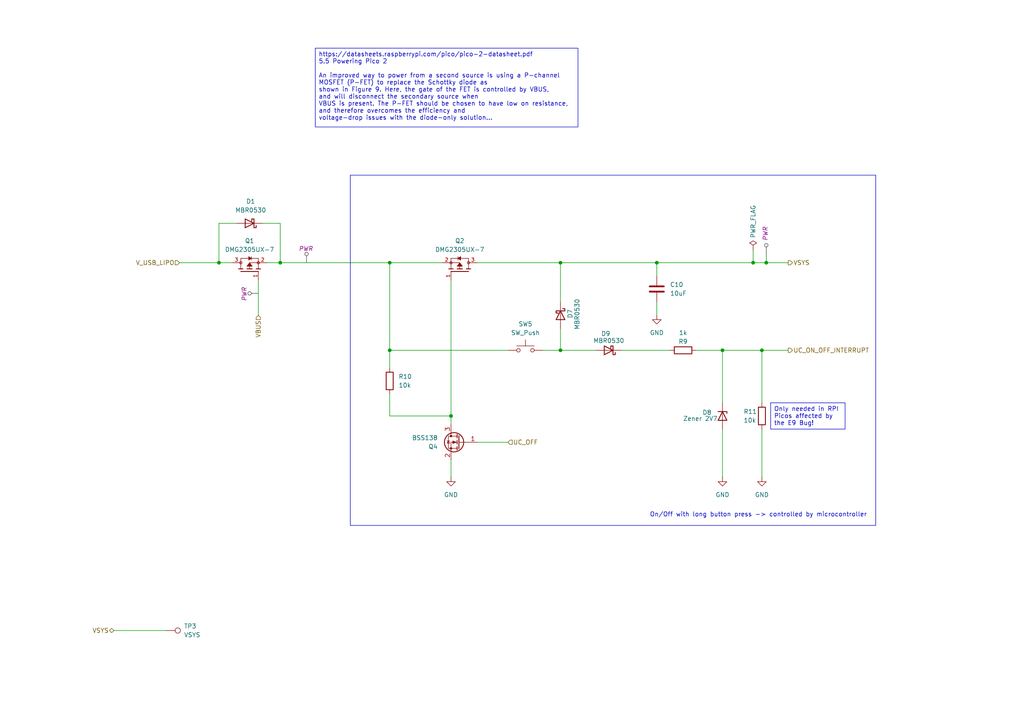
<source format=kicad_sch>
(kicad_sch (version 20250114) (generator "eeschema") (generator_version "9.0")
  (paper "A4")
  (title_block (rev "v2"))
  (lib_symbols
    (symbol "Connector:TestPoint" (pin_numbers (hide yes)) (pin_names (offset 0.762) (hide yes))
      (property "Reference" "TP" (at 0 6.858 0))
      (property "Value" "TestPoint" (at 0 5.08 0))
      (symbol "TestPoint_0_1"
        (circle (center 0 3.302) (radius 0.762))
      )
      (symbol "TestPoint_1_1"
        (pin passive line (at 0 0 90) (length 2.54) (name "1") (number "1"))
      )
    )
    (symbol "DMG2305UX-7:DMG2305UX-7" (pin_names (offset 1.016))
      (property "Reference" "Q" (at -8.89 3.81 0))
      (property "Value" "DMG2305UX-7" (at -8.89 -6.35 0))
      (symbol "DMG2305UX-7_0_0"
        (polyline (pts (xy 0 -2.54) (xy 0 2.54)) (stroke (width 0.254)))
        (polyline (pts (xy 0.762 2.54) (xy 0.762 3.175)) (stroke (width 0.254)))
        (polyline (pts (xy 0.762 1.905) (xy 0.762 2.54)) (stroke (width 0.254)))
        (polyline (pts (xy 0.762 0) (xy 0.762 0.762)) (stroke (width 0.254)))
        (polyline (pts (xy 0.762 0) (xy 2.54 0)) (stroke (width 0.1524)))
        (polyline (pts (xy 0.762 -0.762) (xy 0.762 0)) (stroke (width 0.254)))
        (polyline (pts (xy 0.762 -2.54) (xy 0.762 -1.905)) (stroke (width 0.254)))
        (polyline (pts (xy 0.762 -2.54) (xy 2.54 -2.54)) (stroke (width 0.1524)))
        (polyline (pts (xy 0.762 -3.175) (xy 0.762 -2.54)) (stroke (width 0.254)))
        (polyline (pts (xy 2.54 2.54) (xy 0.762 2.54)) (stroke (width 0.1524)))
        (polyline (pts (xy 2.54 2.54) (xy 3.81 2.54)) (stroke (width 0.1524)))
        (circle (center 2.54 2.54) (radius 0.3592))
        (polyline (pts (xy 2.54 0) (xy 1.524 0.762) (xy 1.524 -0.762) (xy 2.54 0)) (stroke (width 0.1524)) (fill (type outline)))
        (polyline (pts (xy 2.54 -2.54) (xy 2.54 0)) (stroke (width 0.1524)))
        (polyline (pts (xy 2.54 -2.54) (xy 3.81 -2.54)) (stroke (width 0.1524)))
        (circle (center 2.54 -2.54) (radius 0.3592))
        (polyline (pts (xy 3.81 2.54) (xy 3.81 -0.508)) (stroke (width 0.1524)))
        (polyline (pts (xy 3.81 -0.508) (xy 3.302 -0.508)) (stroke (width 0.1524)))
        (polyline (pts (xy 3.81 -0.508) (xy 3.81 -2.54)) (stroke (width 0.1524)))
        (polyline (pts (xy 3.81 -0.508) (xy 3.302 0.254) (xy 4.318 0.254) (xy 3.81 -0.508)) (stroke (width 0.1524)) (fill (type outline)))
        (polyline (pts (xy 4.318 -0.508) (xy 3.81 -0.508)) (stroke (width 0.1524)))
        (pin passive line (at -2.54 -2.54 0) (length 2.54) (name "~") (number "1"))
        (pin passive line (at 2.54 5.08 270) (length 2.54) (name "~") (number "3"))
        (pin passive line (at 2.54 -5.08 90) (length 2.54) (name "~") (number "2"))
      )
    )
    (symbol "Device:C" (pin_numbers (hide yes)) (pin_names (offset 0.254))
      (property "Reference" "C" (at 0.635 2.54 0))
      (property "Value" "C" (at 0.635 -2.54 0))
      (symbol "C_0_1"
        (polyline (pts (xy -2.032 0.762) (xy 2.032 0.762)) (stroke (width 0.508)))
        (polyline (pts (xy -2.032 -0.762) (xy 2.032 -0.762)) (stroke (width 0.508)))
      )
      (symbol "C_1_1"
        (pin passive line (at 0 3.81 270) (length 2.794) (name "~") (number "1"))
        (pin passive line (at 0 -3.81 90) (length 2.794) (name "~") (number "2"))
      )
    )
    (symbol "Device:D_Zener" (pin_numbers (hide yes)) (pin_names (offset 1.016) (hide yes))
      (property "Reference" "D" (at 0 2.54 0))
      (property "Value" "D_Zener" (at 0 -2.54 0))
      (symbol "D_Zener_0_1"
        (polyline (pts (xy -1.27 -1.27) (xy -1.27 1.27) (xy -0.762 1.27)) (stroke (width 0.254)))
        (polyline (pts (xy 1.27 0) (xy -1.27 0)))
        (polyline (pts (xy 1.27 -1.27) (xy 1.27 1.27) (xy -1.27 0) (xy 1.27 -1.27)) (stroke (width 0.254)))
      )
      (symbol "D_Zener_1_1"
        (pin passive line (at -3.81 0 0) (length 2.54) (name "K") (number "1"))
        (pin passive line (at 3.81 0 180) (length 2.54) (name "A") (number "2"))
      )
    )
    (symbol "Device:R" (pin_numbers (hide yes)) (pin_names (offset 0))
      (property "Reference" "R" (at 2.032 0 90))
      (property "Value" "R" (at 0 0 90))
      (symbol "R_0_1"
        (rectangle (start -1.016 -2.54) (end 1.016 2.54) (stroke (width 0.254)))
      )
      (symbol "R_1_1"
        (pin passive line (at 0 3.81 270) (length 1.27) (name "~") (number "1"))
        (pin passive line (at 0 -3.81 90) (length 1.27) (name "~") (number "2"))
      )
    )
    (symbol "Diode:MBR0530" (pin_numbers (hide yes)) (pin_names (offset 1.016) (hide yes))
      (property "Reference" "D" (at 0 2.54 0))
      (property "Value" "MBR0530" (at 0 -2.54 0))
      (symbol "MBR0530_0_1"
        (polyline (pts (xy -1.905 0.635) (xy -1.905 1.27) (xy -1.27 1.27) (xy -1.27 -1.27) (xy -0.635 -1.27) (xy -0.635 -0.635)) (stroke (width 0.254)))
        (polyline (pts (xy 1.27 1.27) (xy 1.27 -1.27) (xy -1.27 0) (xy 1.27 1.27)) (stroke (width 0.254)))
        (polyline (pts (xy 1.27 0) (xy -1.27 0)))
      )
      (symbol "MBR0530_1_1"
        (pin passive line (at -3.81 0 0) (length 2.54) (name "K") (number "1"))
        (pin passive line (at 3.81 0 180) (length 2.54) (name "A") (number "2"))
      )
    )
    (symbol "Switch:SW_Push" (pin_numbers (hide yes)) (pin_names (offset 1.016) (hide yes))
      (property "Reference" "SW" (at 1.27 2.54 0))
      (property "Value" "SW_Push" (at 0 -1.524 0))
      (symbol "SW_Push_0_1"
        (circle (center -2.032 0) (radius 0.508))
        (polyline (pts (xy 0 1.27) (xy 0 3.048)))
        (circle (center 2.032 0) (radius 0.508))
        (polyline (pts (xy 2.54 1.27) (xy -2.54 1.27)))
        (pin passive line (at -5.08 0 0) (length 2.54) (name "1") (number "1"))
        (pin passive line (at 5.08 0 180) (length 2.54) (name "2") (number "2"))
      )
    )
    (symbol "Transistor_FET:BSS138" (pin_names (offset 0) (hide yes))
      (property "Reference" "Q" (at 5.08 1.905 0))
      (property "Value" "BSS138" (at 5.08 0 0))
      (symbol "BSS138_0_1"
        (polyline (pts (xy 0.254 1.905) (xy 0.254 -1.905)) (stroke (width 0.254)))
        (polyline (pts (xy 0.254 0) (xy -2.54 0)))
        (polyline (pts (xy 0.762 2.286) (xy 0.762 1.27)) (stroke (width 0.254)))
        (polyline (pts (xy 0.762 0.508) (xy 0.762 -0.508)) (stroke (width 0.254)))
        (polyline (pts (xy 0.762 -1.27) (xy 0.762 -2.286)) (stroke (width 0.254)))
        (polyline (pts (xy 0.762 -1.778) (xy 3.302 -1.778) (xy 3.302 1.778) (xy 0.762 1.778)))
        (polyline (pts (xy 1.016 0) (xy 2.032 0.381) (xy 2.032 -0.381) (xy 1.016 0)) (fill (type outline)))
        (circle (center 1.651 0) (radius 2.794) (stroke (width 0.254)))
        (polyline (pts (xy 2.54 2.54) (xy 2.54 1.778)))
        (circle (center 2.54 1.778) (radius 0.254) (fill (type outline)))
        (circle (center 2.54 -1.778) (radius 0.254) (fill (type outline)))
        (polyline (pts (xy 2.54 -2.54) (xy 2.54 0) (xy 0.762 0)))
        (polyline (pts (xy 2.921 0.381) (xy 3.683 0.381)))
        (polyline (pts (xy 3.302 0.381) (xy 2.921 -0.254) (xy 3.683 -0.254) (xy 3.302 0.381)))
      )
      (symbol "BSS138_1_1"
        (pin input line (at -5.08 0 0) (length 2.54) (name "G") (number "1"))
        (pin passive line (at 2.54 5.08 270) (length 2.54) (name "D") (number "3"))
        (pin passive line (at 2.54 -5.08 90) (length 2.54) (name "S") (number "2"))
      )
    )
    (symbol "power:GND" (power) (pin_numbers (hide yes)) (pin_names (offset 0) (hide yes))
      (property "Value" "GND" (at 0 -3.81 0))
      (symbol "GND_0_1"
        (polyline (pts (xy 0 0) (xy 0 -1.27) (xy 1.27 -1.27) (xy 0 -2.54) (xy -1.27 -1.27) (xy 0 -1.27)))
      )
      (symbol "GND_1_1"
        (pin power_in line (at 0 0 270) (length 0) (name "~") (number "1"))
      )
    )
    (symbol "power:PWR_FLAG" (power) (pin_numbers (hide yes)) (pin_names (offset 0) (hide yes))
      (property "Value" "PWR_FLAG" (at 0 3.81 0))
      (symbol "PWR_FLAG_0_0"
        (pin power_out line (at 0 0 90) (length 0) (name "~") (number "1"))
      )
      (symbol "PWR_FLAG_0_1"
        (polyline (pts (xy 0 0) (xy 0 1.27) (xy -1.016 1.905) (xy 0 2.54) (xy 1.016 1.905) (xy 0 1.27)))
      )
    )
  )
  (rectangle (start 101.6 50.8) (end 254 152.4))
  (text "On/Off with long button press -> controlled by microcontroller" (at 219.964 149.352 0) (effects (font (size 1.27 1.27))))
  (text_box "https://datasheets.raspberrypi.com/pico/pico-2-datasheet.pdf\n5.5 Powering Pico 2\n\nAn improved way to power from a second source is using a P-channel \nMOSFET (P-FET) to replace the Schottky diode as\nshown in Figure 9. Here, the gate of the FET is controlled by VBUS,\nand will disconnect the secondary source when\nVBUS is present. The P-FET should be chosen to have low on resistance,\nand therefore overcomes the efficiency and\nvoltage-drop issues with the diode-only solution..." (at 91.44 13.97 0) (size 76.2 22.86) (margins 0.9525 0.9525 0.9525 0.9525) (effects (font (size 1.27 1.27)) (justify left top)))
  (text_box "Only needed in RPI Picos affected by the E9 Bug!" (at 223.52 116.84 0) (size 21.59 7.62) (margins 0.9525 0.9525 0.9525 0.9525) (effects (font (size 1.27 1.27)) (justify left top)))
  (junction (at 63.5 76.2))
  (junction (at 222.25 76.2))
  (junction (at 218.44 76.2))
  (junction (at 220.98 101.6))
  (junction (at 113.03 76.2))
  (junction (at 162.56 101.6))
  (junction (at 113.03 101.6))
  (junction (at 162.56 76.2))
  (junction (at 130.81 120.65))
  (junction (at 81.28 76.2))
  (junction (at 209.55 101.6))
  (junction (at 190.5 76.2))
  (wire (pts (xy 130.81 81.28) (xy 130.81 120.65)))
  (wire (pts (xy 162.56 76.2) (xy 190.5 76.2)))
  (wire (pts (xy 220.98 101.6) (xy 228.6 101.6)))
  (wire (pts (xy 81.28 76.2) (xy 77.47 76.2)))
  (wire (pts (xy 162.56 101.6) (xy 172.72 101.6)))
  (wire (pts (xy 33.02 182.88) (xy 48.26 182.88)))
  (wire (pts (xy 190.5 76.2) (xy 218.44 76.2)))
  (wire (pts (xy 63.5 76.2) (xy 67.31 76.2)))
  (wire (pts (xy 209.55 101.6) (xy 209.55 116.84)))
  (wire (pts (xy 130.81 120.65) (xy 130.81 123.19)))
  (wire (pts (xy 209.55 101.6) (xy 220.98 101.6)))
  (wire (pts (xy 201.93 101.6) (xy 209.55 101.6)))
  (wire (pts (xy 157.48 101.6) (xy 162.56 101.6)))
  (wire (pts (xy 220.98 116.84) (xy 220.98 101.6)))
  (wire (pts (xy 162.56 95.25) (xy 162.56 101.6)))
  (wire (pts (xy 218.44 72.39) (xy 218.44 76.2)))
  (wire (pts (xy 209.55 124.46) (xy 209.55 138.43)))
  (wire (pts (xy 113.03 101.6) (xy 147.32 101.6)))
  (wire (pts (xy 113.03 114.3) (xy 113.03 120.65)))
  (wire (pts (xy 81.28 64.77) (xy 81.28 76.2)))
  (wire (pts (xy 74.93 81.28) (xy 74.93 91.44)))
  (wire (pts (xy 222.25 76.2) (xy 228.6 76.2)))
  (wire (pts (xy 113.03 101.6) (xy 113.03 106.68)))
  (wire (pts (xy 81.28 76.2) (xy 113.03 76.2)))
  (wire (pts (xy 130.81 138.43) (xy 130.81 133.35)))
  (wire (pts (xy 63.5 64.77) (xy 63.5 76.2)))
  (wire (pts (xy 138.43 128.27) (xy 147.32 128.27)))
  (wire (pts (xy 162.56 87.63) (xy 162.56 76.2)))
  (wire (pts (xy 68.58 64.77) (xy 63.5 64.77)))
  (wire (pts (xy 76.2 64.77) (xy 81.28 64.77)))
  (wire (pts (xy 113.03 76.2) (xy 128.27 76.2)))
  (wire (pts (xy 113.03 76.2) (xy 113.03 101.6)))
  (wire (pts (xy 113.03 120.65) (xy 130.81 120.65)))
  (wire (pts (xy 138.43 76.2) (xy 162.56 76.2)))
  (wire (pts (xy 222.25 73.66) (xy 222.25 76.2)))
  (wire (pts (xy 190.5 80.01) (xy 190.5 76.2)))
  (wire (pts (xy 220.98 124.46) (xy 220.98 138.43)))
  (wire (pts (xy 190.5 87.63) (xy 190.5 91.44)))
  (wire (pts (xy 180.34 101.6) (xy 194.31 101.6)))
  (wire (pts (xy 52.07 76.2) (xy 63.5 76.2)))
  (wire (pts (xy 222.25 76.2) (xy 218.44 76.2)))
  (hierarchical_label "VSYS" (shape output) (at 228.6 76.2 0))
  (hierarchical_label "UC_OFF" (shape input) (at 147.32 128.27 0))
  (hierarchical_label "V_USB_LIPO" (shape input) (at 52.07 76.2 180))
  (hierarchical_label "VSYS" (shape bidirectional) (at 33.02 182.88 180))
  (hierarchical_label "UC_ON_OFF_INTERRUPT" (shape output) (at 228.6 101.6 0))
  (hierarchical_label "VBUS" (shape input) (at 74.93 91.44 270))
  (netclass_flag "" (length 2.54) (shape round) (at 74.93 85.09 90) (property "Netclass" "PWR" (at 70.866 87.376 90) (effects (font (italic yes)) (justify left))))
  (netclass_flag "" (length 2.54) (shape round) (at 222.25 73.66 0) (property "Netclass" "PWR" (at 221.996 69.85 90) (effects (font (italic yes)) (justify left))))
  (netclass_flag "" (length 2.54) (shape round) (at 88.9 76.2 0) (property "Netclass" "PWR" (at 86.614 72.136 0) (effects (font (italic yes)) (justify left))))
  (symbol (lib_id "power:GND") (at 190.5 91.44 0) (unit 1)
    (property "Reference" "#PWR021" (effects (hide yes)))
    (property "Value" "GND" (at 190.5 96.52 0))
    (property "Description" "Power symbol creates a global label with name \"GND\" , ground" (effects (hide yes)))
  )
  (symbol (lib_id "Device:R") (at 220.98 120.65 0) (unit 1)
    (property "Reference" "R11" (at 215.646 119.38 0) (effects (justify left)))
    (property "Value" "10k" (at 215.646 121.92 0) (effects (justify left)))
    (property "Footprint" "Resistor_SMD:R_1206_3216Metric_Pad1.30x1.75mm_HandSolder" (effects (hide yes)))
    (property "Description" "Resistor" (effects (hide yes)))
  )
  (symbol (lib_id "Diode:MBR0530") (at 176.53 101.6 180) (unit 1)
    (property "Reference" "D9" (at 177.038 96.774 0) (effects (justify left)))
    (property "Value" "MBR0530" (at 181.102 98.806 0) (effects (justify left)))
    (property "Footprint" "Diode_SMD:D_SOD-123" (effects (hide yes)))
    (property "Datasheet" "http://www.mccsemi.com/up_pdf/MBR0520~MBR0580(SOD123).pdf" (effects (hide yes)))
    (property "Description" "30V 0.5A Schottky Power Rectifier Diode, SOD-123" (effects (hide yes)))
  )
  (symbol (lib_id "Device:R") (at 113.03 110.49 0) (unit 1)
    (property "Reference" "R10" (at 115.57 109.2199 0) (effects (justify left)))
    (property "Value" "10k" (at 115.57 111.7599 0) (effects (justify left)))
    (property "Footprint" "Resistor_SMD:R_1206_3216Metric_Pad1.30x1.75mm_HandSolder" (effects (hide yes)))
    (property "Description" "Resistor" (effects (hide yes)))
  )
  (symbol (lib_id "DMG2305UX-7:DMG2305UX-7") (at 133.35 78.74 270) (mirror x) (unit 1)
    (property "Reference" "Q2" (at 133.35 69.85 90))
    (property "Value" "DMG2305UX-7" (at 133.35 72.39 90))
    (property "Footprint" "Package_TO_SOT_SMD:SOT-23-3" (effects (hide yes)))
    (property "MF" "Diodes Inc." (effects (hide yes)))
    (property "MAXIMUM_PACKAGE_HEIGHT" "1.1mm" (effects (hide yes)))
    (property "Package" "SOT-23 Diodes Inc." (effects (hide yes)))
    (property "Price" "None" (effects (hide yes)))
    (property "Check_prices" "https://www.snapeda.com/parts/DMG2305UX-7/Diodes+Inc./view-part/?ref=eda" (effects (hide yes)))
    (property "STANDARD" "IPC-7351B" (effects (hide yes)))
    (property "PARTREV" "09/2018" (effects (hide yes)))
    (property "SnapEDA_Link" "https://www.snapeda.com/parts/DMG2305UX-7/Diodes+Inc./view-part/?ref=snap" (effects (hide yes)))
    (property "MP" "DMG2305UX-7" (effects (hide yes)))
    (property "Description_1" "MOSFET P-Ch 20V 5A Enhancement SOT23 | Diodes Inc DMG2305UX-7" (effects (hide yes)))
    (property "Availability" "In Stock" (effects (hide yes)))
    (property "MANUFACTURER" "Diodes Inc." (effects (hide yes)))
  )
  (symbol (lib_id "DMG2305UX-7:DMG2305UX-7") (at 72.39 78.74 90) (unit 1)
    (property "Reference" "Q1" (at 72.39 69.85 90))
    (property "Value" "DMG2305UX-7" (at 72.39 72.39 90))
    (property "Footprint" "Package_TO_SOT_SMD:SOT-23-3" (effects (hide yes)))
    (property "MF" "Diodes Inc." (effects (hide yes)))
    (property "MAXIMUM_PACKAGE_HEIGHT" "1.1mm" (effects (hide yes)))
    (property "Package" "SOT-23 Diodes Inc." (effects (hide yes)))
    (property "Price" "None" (effects (hide yes)))
    (property "Check_prices" "https://www.snapeda.com/parts/DMG2305UX-7/Diodes+Inc./view-part/?ref=eda" (effects (hide yes)))
    (property "STANDARD" "IPC-7351B" (effects (hide yes)))
    (property "PARTREV" "09/2018" (effects (hide yes)))
    (property "SnapEDA_Link" "https://www.snapeda.com/parts/DMG2305UX-7/Diodes+Inc./view-part/?ref=snap" (effects (hide yes)))
    (property "MP" "DMG2305UX-7" (effects (hide yes)))
    (property "Description_1" "MOSFET P-Ch 20V 5A Enhancement SOT23 | Diodes Inc DMG2305UX-7" (effects (hide yes)))
    (property "Availability" "In Stock" (effects (hide yes)))
    (property "MANUFACTURER" "Diodes Inc." (effects (hide yes)))
  )
  (symbol (lib_id "Diode:MBR0530") (at 162.56 91.44 270) (unit 1)
    (property "Reference" "D7" (at 165.354 89.662 0) (effects (justify left)))
    (property "Value" "MBR0530" (at 167.386 86.614 0) (effects (justify left)))
    (property "Footprint" "Diode_SMD:D_SOD-123" (effects (hide yes)))
    (property "Datasheet" "http://www.mccsemi.com/up_pdf/MBR0520~MBR0580(SOD123).pdf" (effects (hide yes)))
    (property "Description" "30V 0.5A Schottky Power Rectifier Diode, SOD-123" (effects (hide yes)))
  )
  (symbol (lib_id "power:PWR_FLAG") (at 218.44 72.39 0) (unit 1)
    (property "Reference" "#FLG06" (effects (hide yes)))
    (property "Value" "PWR_FLAG" (at 218.44 64.262 90))
    (property "Description" "Special symbol for telling ERC where power comes from" (effects (hide yes)))
  )
  (symbol (lib_id "Transistor_FET:BSS138") (at 133.35 128.27 0) (mirror y) (unit 1)
    (property "Reference" "Q4" (at 127 129.5401 0) (effects (justify left)))
    (property "Value" "BSS138" (at 127 127.0001 0) (effects (justify left)))
    (property "Footprint" "Package_TO_SOT_SMD:SOT-23" (effects (hide yes)))
    (property "Datasheet" "https://www.onsemi.com/pub/Collateral/BSS138-D.PDF" (effects (hide yes)))
    (property "Description" "50V Vds, 0.22A Id, N-Channel MOSFET, SOT-23" (effects (hide yes)))
  )
  (symbol (lib_id "Device:C") (at 190.5 83.82 0) (unit 1)
    (property "Reference" "C10" (at 194.31 82.5499 0) (effects (justify left)))
    (property "Value" "10uF" (at 194.31 85.0899 0) (effects (justify left)))
    (property "Footprint" "Capacitor_SMD:C_1206_3216Metric_Pad1.33x1.80mm_HandSolder" (effects (hide yes)))
    (property "Description" "Unpolarized capacitor" (effects (hide yes)))
  )
  (symbol (lib_id "power:GND") (at 209.55 138.43 0) (unit 1)
    (property "Reference" "#PWR023" (effects (hide yes)))
    (property "Value" "GND" (at 209.55 143.51 0))
    (property "Description" "Power symbol creates a global label with name \"GND\" , ground" (effects (hide yes)))
  )
  (symbol (lib_id "Device:R") (at 198.12 101.6 270) (unit 1)
    (property "Reference" "R9" (at 198.12 99.06 90))
    (property "Value" "1k" (at 198.12 96.52 90))
    (property "Footprint" "Resistor_SMD:R_1206_3216Metric_Pad1.30x1.75mm_HandSolder" (effects (hide yes)))
    (property "Description" "Resistor" (effects (hide yes)))
  )
  (symbol (lib_id "power:GND") (at 130.81 138.43 0) (unit 1)
    (property "Reference" "#PWR020" (effects (hide yes)))
    (property "Value" "GND" (at 130.81 143.51 0))
    (property "Description" "Power symbol creates a global label with name \"GND\" , ground" (effects (hide yes)))
  )
  (symbol (lib_id "Diode:MBR0530") (at 72.39 64.77 180) (unit 1)
    (property "Reference" "D1" (at 72.7075 58.42 0))
    (property "Value" "MBR0530" (at 72.7075 60.96 0))
    (property "Footprint" "Diode_SMD:D_SOD-123" (effects (hide yes)))
    (property "Datasheet" "http://www.mccsemi.com/up_pdf/MBR0520~MBR0580(SOD123).pdf" (effects (hide yes)))
    (property "Description" "30V 0.5A Schottky Power Rectifier Diode, SOD-123" (effects (hide yes)))
  )
  (symbol (lib_id "power:GND") (at 220.98 138.43 0) (unit 1)
    (property "Reference" "#PWR019" (effects (hide yes)))
    (property "Value" "GND" (at 220.98 143.51 0))
    (property "Description" "Power symbol creates a global label with name \"GND\" , ground" (effects (hide yes)))
  )
  (symbol (lib_id "Switch:SW_Push") (at 152.4 101.6 0) (unit 1)
    (property "Reference" "SW5" (at 152.4 93.98 0))
    (property "Value" "SW_Push" (at 152.4 96.52 0))
    (property "Footprint" "Button_Switch_THT:SW_PUSH_6mm" (effects (hide yes)))
    (property "Description" "Push button switch, generic, two pins" (effects (hide yes)))
  )
  (symbol (lib_id "Device:D_Zener") (at 209.55 120.65 270) (unit 1)
    (property "Reference" "D8" (at 203.708 119.634 90) (effects (justify left)))
    (property "Value" "Zener 2V7" (at 198.12 121.412 90) (effects (justify left)))
    (property "Footprint" "Diode_SMD:D_1206_3216Metric_Pad1.42x1.75mm_HandSolder" (effects (hide yes)))
    (property "Description" "Zener diode" (effects (hide yes)))
  )
  (symbol (lib_id "Connector:TestPoint") (at 48.26 182.88 270) (unit 1) (in_bom no)
    (property "Reference" "TP3" (at 53.34 181.6099 90) (effects (justify left)))
    (property "Value" "VSYS" (at 53.34 184.1499 90) (effects (justify left)))
    (property "Footprint" "TestPoint:TestPoint_Pad_D2.5mm" (effects (hide yes)))
    (property "Description" "test point" (effects (hide yes)))
  )
)
</source>
